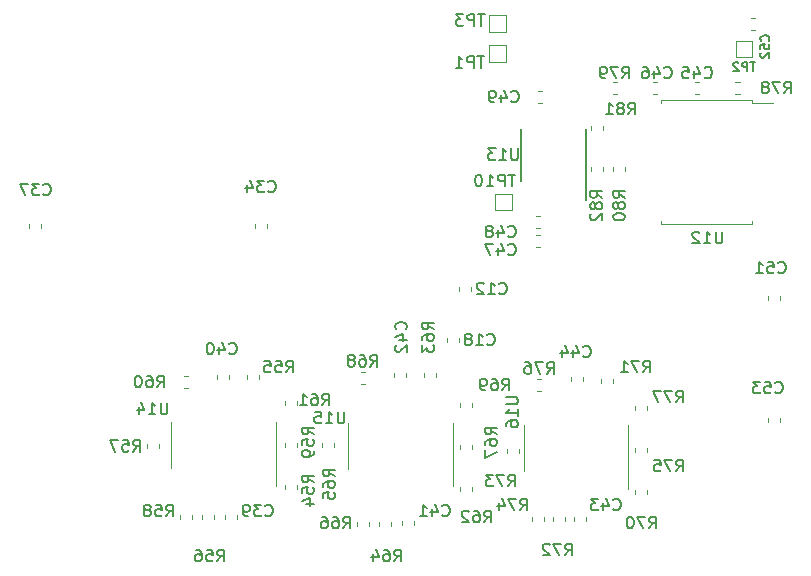
<source format=gbo>
G04 #@! TF.GenerationSoftware,KiCad,Pcbnew,(5.1.4)-1*
G04 #@! TF.CreationDate,2019-11-10T12:22:22-05:00*
G04 #@! TF.ProjectId,synth,73796e74-682e-46b6-9963-61645f706362,rev?*
G04 #@! TF.SameCoordinates,Original*
G04 #@! TF.FileFunction,Legend,Bot*
G04 #@! TF.FilePolarity,Positive*
%FSLAX46Y46*%
G04 Gerber Fmt 4.6, Leading zero omitted, Abs format (unit mm)*
G04 Created by KiCad (PCBNEW (5.1.4)-1) date 2019-11-10 12:22:22*
%MOMM*%
%LPD*%
G04 APERTURE LIST*
%ADD10C,0.120000*%
%ADD11C,0.150000*%
%ADD12C,0.127000*%
G04 APERTURE END LIST*
D10*
X210056000Y-116898267D02*
X210056000Y-116555733D01*
X211076000Y-116898267D02*
X211076000Y-116555733D01*
X208642133Y-83733100D02*
X208984667Y-83733100D01*
X208642133Y-82713100D02*
X208984667Y-82713100D01*
X210056000Y-106254733D02*
X210056000Y-106597267D01*
X211076000Y-106254733D02*
X211076000Y-106597267D01*
X187006000Y-98998000D02*
X188406000Y-98998000D01*
X187006000Y-97598000D02*
X187006000Y-98998000D01*
X188406000Y-97598000D02*
X187006000Y-97598000D01*
X188406000Y-98998000D02*
X188406000Y-97598000D01*
X186498000Y-82472300D02*
X186498000Y-83872300D01*
X187898000Y-82472300D02*
X186498000Y-82472300D01*
X187898000Y-83872300D02*
X187898000Y-82472300D01*
X186498000Y-83872300D02*
X187898000Y-83872300D01*
X207338700Y-84644000D02*
X207338700Y-86044000D01*
X208738700Y-84644000D02*
X207338700Y-84644000D01*
X208738700Y-86044000D02*
X208738700Y-84644000D01*
X207338700Y-86044000D02*
X208738700Y-86044000D01*
X186498000Y-85025000D02*
X186498000Y-86425000D01*
X187898000Y-85025000D02*
X186498000Y-85025000D01*
X187898000Y-86425000D02*
X187898000Y-85025000D01*
X186498000Y-86425000D02*
X187898000Y-86425000D01*
X208711000Y-89927500D02*
X210526000Y-89927500D01*
X208711000Y-89672500D02*
X208711000Y-89927500D01*
X204851000Y-89672500D02*
X208711000Y-89672500D01*
X200991000Y-89672500D02*
X200991000Y-89927500D01*
X204851000Y-89672500D02*
X200991000Y-89672500D01*
X208711000Y-100192500D02*
X208711000Y-99937500D01*
X204851000Y-100192500D02*
X208711000Y-100192500D01*
X200991000Y-100192500D02*
X200991000Y-99937500D01*
X204851000Y-100192500D02*
X200991000Y-100192500D01*
X195070000Y-95661267D02*
X195070000Y-95318733D01*
X196090000Y-95661267D02*
X196090000Y-95318733D01*
X195070000Y-92232267D02*
X195070000Y-91889733D01*
X196090000Y-92232267D02*
X196090000Y-91889733D01*
X196975000Y-95661267D02*
X196975000Y-95318733D01*
X197995000Y-95661267D02*
X197995000Y-95318733D01*
X196946733Y-88136000D02*
X197289267Y-88136000D01*
X196946733Y-89156000D02*
X197289267Y-89156000D01*
X207675267Y-89156000D02*
X207332733Y-89156000D01*
X207675267Y-88136000D02*
X207332733Y-88136000D01*
X190939267Y-89918000D02*
X190596733Y-89918000D01*
X190939267Y-88898000D02*
X190596733Y-88898000D01*
X190748767Y-100459000D02*
X190406233Y-100459000D01*
X190748767Y-99439000D02*
X190406233Y-99439000D01*
X190748767Y-102110000D02*
X190406233Y-102110000D01*
X190748767Y-101090000D02*
X190406233Y-101090000D01*
X200718267Y-89156000D02*
X200375733Y-89156000D01*
X200718267Y-88136000D02*
X200375733Y-88136000D01*
X203903733Y-88136000D02*
X204246267Y-88136000D01*
X203903733Y-89156000D02*
X204246267Y-89156000D01*
X198255900Y-119158400D02*
X198255900Y-122608400D01*
X198255900Y-119158400D02*
X198255900Y-117208400D01*
X189385900Y-119158400D02*
X189385900Y-121108400D01*
X189385900Y-119158400D02*
X189385900Y-117208400D01*
X183390700Y-118922800D02*
X183390700Y-122372800D01*
X183390700Y-118922800D02*
X183390700Y-116972800D01*
X174520700Y-118922800D02*
X174520700Y-120872800D01*
X174520700Y-118922800D02*
X174520700Y-116972800D01*
X168436300Y-118896600D02*
X168436300Y-122346600D01*
X168436300Y-118896600D02*
X168436300Y-116946600D01*
X159566300Y-118896600D02*
X159566300Y-120846600D01*
X159566300Y-118896600D02*
X159566300Y-116946600D01*
X199861900Y-115551133D02*
X199861900Y-115893667D01*
X198841900Y-115551133D02*
X198841900Y-115893667D01*
X190887167Y-114327400D02*
X190544633Y-114327400D01*
X190887167Y-113307400D02*
X190544633Y-113307400D01*
X198841900Y-119449667D02*
X198841900Y-119107133D01*
X199861900Y-119449667D02*
X199861900Y-119107133D01*
X191098900Y-124949133D02*
X191098900Y-125291667D01*
X190078900Y-124949133D02*
X190078900Y-125291667D01*
X187958000Y-119576667D02*
X187958000Y-119234133D01*
X188978000Y-119576667D02*
X188978000Y-119234133D01*
X191856900Y-125291667D02*
X191856900Y-124949133D01*
X192876900Y-125291667D02*
X192876900Y-124949133D01*
X196940900Y-113265133D02*
X196940900Y-113607667D01*
X195920900Y-113265133D02*
X195920900Y-113607667D01*
X198841900Y-123005667D02*
X198841900Y-122663133D01*
X199861900Y-123005667D02*
X199861900Y-122663133D01*
X185053700Y-115336533D02*
X185053700Y-115679067D01*
X184033700Y-115336533D02*
X184033700Y-115679067D01*
X175951967Y-113717800D02*
X175609433Y-113717800D01*
X175951967Y-112697800D02*
X175609433Y-112697800D01*
X184033700Y-119235067D02*
X184033700Y-118892533D01*
X185053700Y-119235067D02*
X185053700Y-118892533D01*
X176290700Y-125355533D02*
X176290700Y-125698067D01*
X175270700Y-125355533D02*
X175270700Y-125698067D01*
X172349700Y-119080067D02*
X172349700Y-118737533D01*
X173369700Y-119080067D02*
X173369700Y-118737533D01*
X177175700Y-125698067D02*
X177175700Y-125355533D01*
X178195700Y-125698067D02*
X178195700Y-125355533D01*
X182005700Y-112796533D02*
X182005700Y-113139067D01*
X180985700Y-112796533D02*
X180985700Y-113139067D01*
X184033700Y-122763067D02*
X184033700Y-122420533D01*
X185053700Y-122763067D02*
X185053700Y-122420533D01*
X170169300Y-115119333D02*
X170169300Y-115461867D01*
X169149300Y-115119333D02*
X169149300Y-115461867D01*
X160940567Y-114022600D02*
X160598033Y-114022600D01*
X160940567Y-113002600D02*
X160598033Y-113002600D01*
X169149300Y-119017867D02*
X169149300Y-118675333D01*
X170169300Y-119017867D02*
X170169300Y-118675333D01*
X161279300Y-124771333D02*
X161279300Y-125113867D01*
X160259300Y-124771333D02*
X160259300Y-125113867D01*
X157465300Y-119144867D02*
X157465300Y-118802333D01*
X158485300Y-119144867D02*
X158485300Y-118802333D01*
X162164300Y-125113867D02*
X162164300Y-124771333D01*
X163184300Y-125113867D02*
X163184300Y-124771333D01*
X166994300Y-112960333D02*
X166994300Y-113302867D01*
X165974300Y-112960333D02*
X165974300Y-113302867D01*
X169149300Y-122573867D02*
X169149300Y-122231333D01*
X170169300Y-122573867D02*
X170169300Y-122231333D01*
X194400900Y-113138133D02*
X194400900Y-113480667D01*
X193380900Y-113138133D02*
X193380900Y-113480667D01*
X194654900Y-124949133D02*
X194654900Y-125291667D01*
X193634900Y-124949133D02*
X193634900Y-125291667D01*
X179465700Y-112796533D02*
X179465700Y-113139067D01*
X178445700Y-112796533D02*
X178445700Y-113139067D01*
X180100700Y-125341533D02*
X180100700Y-125684067D01*
X179080700Y-125341533D02*
X179080700Y-125684067D01*
X164454300Y-112960333D02*
X164454300Y-113302867D01*
X163434300Y-112960333D02*
X163434300Y-113302867D01*
X165089300Y-124757333D02*
X165089300Y-125099867D01*
X164069300Y-124757333D02*
X164069300Y-125099867D01*
D11*
X194659500Y-98107000D02*
X194659500Y-92132000D01*
X189134500Y-96532000D02*
X189134500Y-92132000D01*
D10*
X147521200Y-100501267D02*
X147521200Y-100158733D01*
X148541200Y-100501267D02*
X148541200Y-100158733D01*
X166622000Y-100501267D02*
X166622000Y-100158733D01*
X167642000Y-100501267D02*
X167642000Y-100158733D01*
X182878000Y-110153267D02*
X182878000Y-109810733D01*
X183898000Y-110153267D02*
X183898000Y-109810733D01*
X183894000Y-105835267D02*
X183894000Y-105492733D01*
X184914000Y-105835267D02*
X184914000Y-105492733D01*
D11*
X210700857Y-114403142D02*
X210748476Y-114450761D01*
X210891333Y-114498380D01*
X210986571Y-114498380D01*
X211129428Y-114450761D01*
X211224666Y-114355523D01*
X211272285Y-114260285D01*
X211319904Y-114069809D01*
X211319904Y-113926952D01*
X211272285Y-113736476D01*
X211224666Y-113641238D01*
X211129428Y-113546000D01*
X210986571Y-113498380D01*
X210891333Y-113498380D01*
X210748476Y-113546000D01*
X210700857Y-113593619D01*
X209796095Y-113498380D02*
X210272285Y-113498380D01*
X210319904Y-113974571D01*
X210272285Y-113926952D01*
X210177047Y-113879333D01*
X209938952Y-113879333D01*
X209843714Y-113926952D01*
X209796095Y-113974571D01*
X209748476Y-114069809D01*
X209748476Y-114307904D01*
X209796095Y-114403142D01*
X209843714Y-114450761D01*
X209938952Y-114498380D01*
X210177047Y-114498380D01*
X210272285Y-114450761D01*
X210319904Y-114403142D01*
X209415142Y-113498380D02*
X208796095Y-113498380D01*
X209129428Y-113879333D01*
X208986571Y-113879333D01*
X208891333Y-113926952D01*
X208843714Y-113974571D01*
X208796095Y-114069809D01*
X208796095Y-114307904D01*
X208843714Y-114403142D01*
X208891333Y-114450761D01*
X208986571Y-114498380D01*
X209272285Y-114498380D01*
X209367523Y-114450761D01*
X209415142Y-114403142D01*
D12*
X210139642Y-84638242D02*
X210175928Y-84601957D01*
X210212214Y-84493100D01*
X210212214Y-84420528D01*
X210175928Y-84311671D01*
X210103357Y-84239100D01*
X210030785Y-84202814D01*
X209885642Y-84166528D01*
X209776785Y-84166528D01*
X209631642Y-84202814D01*
X209559071Y-84239100D01*
X209486500Y-84311671D01*
X209450214Y-84420528D01*
X209450214Y-84493100D01*
X209486500Y-84601957D01*
X209522785Y-84638242D01*
X209450214Y-85327671D02*
X209450214Y-84964814D01*
X209813071Y-84928528D01*
X209776785Y-84964814D01*
X209740500Y-85037385D01*
X209740500Y-85218814D01*
X209776785Y-85291385D01*
X209813071Y-85327671D01*
X209885642Y-85363957D01*
X210067071Y-85363957D01*
X210139642Y-85327671D01*
X210175928Y-85291385D01*
X210212214Y-85218814D01*
X210212214Y-85037385D01*
X210175928Y-84964814D01*
X210139642Y-84928528D01*
X209522785Y-85654242D02*
X209486500Y-85690528D01*
X209450214Y-85763100D01*
X209450214Y-85944528D01*
X209486500Y-86017100D01*
X209522785Y-86053385D01*
X209595357Y-86089671D01*
X209667928Y-86089671D01*
X209776785Y-86053385D01*
X210212214Y-85617957D01*
X210212214Y-86089671D01*
D11*
X210954857Y-104243142D02*
X211002476Y-104290761D01*
X211145333Y-104338380D01*
X211240571Y-104338380D01*
X211383428Y-104290761D01*
X211478666Y-104195523D01*
X211526285Y-104100285D01*
X211573904Y-103909809D01*
X211573904Y-103766952D01*
X211526285Y-103576476D01*
X211478666Y-103481238D01*
X211383428Y-103386000D01*
X211240571Y-103338380D01*
X211145333Y-103338380D01*
X211002476Y-103386000D01*
X210954857Y-103433619D01*
X210050095Y-103338380D02*
X210526285Y-103338380D01*
X210573904Y-103814571D01*
X210526285Y-103766952D01*
X210431047Y-103719333D01*
X210192952Y-103719333D01*
X210097714Y-103766952D01*
X210050095Y-103814571D01*
X210002476Y-103909809D01*
X210002476Y-104147904D01*
X210050095Y-104243142D01*
X210097714Y-104290761D01*
X210192952Y-104338380D01*
X210431047Y-104338380D01*
X210526285Y-104290761D01*
X210573904Y-104243142D01*
X209050095Y-104338380D02*
X209621523Y-104338380D01*
X209335809Y-104338380D02*
X209335809Y-103338380D01*
X209431047Y-103481238D01*
X209526285Y-103576476D01*
X209621523Y-103624095D01*
X188682095Y-95972380D02*
X188110666Y-95972380D01*
X188396380Y-96972380D02*
X188396380Y-95972380D01*
X187777333Y-96972380D02*
X187777333Y-95972380D01*
X187396380Y-95972380D01*
X187301142Y-96020000D01*
X187253523Y-96067619D01*
X187205904Y-96162857D01*
X187205904Y-96305714D01*
X187253523Y-96400952D01*
X187301142Y-96448571D01*
X187396380Y-96496190D01*
X187777333Y-96496190D01*
X186253523Y-96972380D02*
X186824952Y-96972380D01*
X186539238Y-96972380D02*
X186539238Y-95972380D01*
X186634476Y-96115238D01*
X186729714Y-96210476D01*
X186824952Y-96258095D01*
X185634476Y-95972380D02*
X185539238Y-95972380D01*
X185444000Y-96020000D01*
X185396380Y-96067619D01*
X185348761Y-96162857D01*
X185301142Y-96353333D01*
X185301142Y-96591428D01*
X185348761Y-96781904D01*
X185396380Y-96877142D01*
X185444000Y-96924761D01*
X185539238Y-96972380D01*
X185634476Y-96972380D01*
X185729714Y-96924761D01*
X185777333Y-96877142D01*
X185824952Y-96781904D01*
X185872571Y-96591428D01*
X185872571Y-96353333D01*
X185824952Y-96162857D01*
X185777333Y-96067619D01*
X185729714Y-96020000D01*
X185634476Y-95972380D01*
X186110404Y-82383380D02*
X185538976Y-82383380D01*
X185824690Y-83383380D02*
X185824690Y-82383380D01*
X185205642Y-83383380D02*
X185205642Y-82383380D01*
X184824690Y-82383380D01*
X184729452Y-82431000D01*
X184681833Y-82478619D01*
X184634214Y-82573857D01*
X184634214Y-82716714D01*
X184681833Y-82811952D01*
X184729452Y-82859571D01*
X184824690Y-82907190D01*
X185205642Y-82907190D01*
X184300880Y-82383380D02*
X183681833Y-82383380D01*
X184015166Y-82764333D01*
X183872309Y-82764333D01*
X183777071Y-82811952D01*
X183729452Y-82859571D01*
X183681833Y-82954809D01*
X183681833Y-83192904D01*
X183729452Y-83288142D01*
X183777071Y-83335761D01*
X183872309Y-83383380D01*
X184158023Y-83383380D01*
X184253261Y-83335761D01*
X184300880Y-83288142D01*
D12*
X209000271Y-86450714D02*
X208564842Y-86450714D01*
X208782557Y-87212714D02*
X208782557Y-86450714D01*
X208310842Y-87212714D02*
X208310842Y-86450714D01*
X208020557Y-86450714D01*
X207947985Y-86487000D01*
X207911700Y-86523285D01*
X207875414Y-86595857D01*
X207875414Y-86704714D01*
X207911700Y-86777285D01*
X207947985Y-86813571D01*
X208020557Y-86849857D01*
X208310842Y-86849857D01*
X207585128Y-86523285D02*
X207548842Y-86487000D01*
X207476271Y-86450714D01*
X207294842Y-86450714D01*
X207222271Y-86487000D01*
X207185985Y-86523285D01*
X207149700Y-86595857D01*
X207149700Y-86668428D01*
X207185985Y-86777285D01*
X207621414Y-87212714D01*
X207149700Y-87212714D01*
D11*
X186059604Y-85939380D02*
X185488176Y-85939380D01*
X185773890Y-86939380D02*
X185773890Y-85939380D01*
X185154842Y-86939380D02*
X185154842Y-85939380D01*
X184773890Y-85939380D01*
X184678652Y-85987000D01*
X184631033Y-86034619D01*
X184583414Y-86129857D01*
X184583414Y-86272714D01*
X184631033Y-86367952D01*
X184678652Y-86415571D01*
X184773890Y-86463190D01*
X185154842Y-86463190D01*
X183631033Y-86939380D02*
X184202461Y-86939380D01*
X183916747Y-86939380D02*
X183916747Y-85939380D01*
X184011985Y-86082238D01*
X184107223Y-86177476D01*
X184202461Y-86225095D01*
X206216095Y-100798380D02*
X206216095Y-101607904D01*
X206168476Y-101703142D01*
X206120857Y-101750761D01*
X206025619Y-101798380D01*
X205835142Y-101798380D01*
X205739904Y-101750761D01*
X205692285Y-101703142D01*
X205644666Y-101607904D01*
X205644666Y-100798380D01*
X204644666Y-101798380D02*
X205216095Y-101798380D01*
X204930380Y-101798380D02*
X204930380Y-100798380D01*
X205025619Y-100941238D01*
X205120857Y-101036476D01*
X205216095Y-101084095D01*
X204263714Y-100893619D02*
X204216095Y-100846000D01*
X204120857Y-100798380D01*
X203882761Y-100798380D01*
X203787523Y-100846000D01*
X203739904Y-100893619D01*
X203692285Y-100988857D01*
X203692285Y-101084095D01*
X203739904Y-101226952D01*
X204311333Y-101798380D01*
X203692285Y-101798380D01*
X196045080Y-97947242D02*
X195568890Y-97613909D01*
X196045080Y-97375814D02*
X195045080Y-97375814D01*
X195045080Y-97756766D01*
X195092700Y-97852004D01*
X195140319Y-97899623D01*
X195235557Y-97947242D01*
X195378414Y-97947242D01*
X195473652Y-97899623D01*
X195521271Y-97852004D01*
X195568890Y-97756766D01*
X195568890Y-97375814D01*
X195473652Y-98518671D02*
X195426033Y-98423433D01*
X195378414Y-98375814D01*
X195283176Y-98328195D01*
X195235557Y-98328195D01*
X195140319Y-98375814D01*
X195092700Y-98423433D01*
X195045080Y-98518671D01*
X195045080Y-98709147D01*
X195092700Y-98804385D01*
X195140319Y-98852004D01*
X195235557Y-98899623D01*
X195283176Y-98899623D01*
X195378414Y-98852004D01*
X195426033Y-98804385D01*
X195473652Y-98709147D01*
X195473652Y-98518671D01*
X195521271Y-98423433D01*
X195568890Y-98375814D01*
X195664128Y-98328195D01*
X195854604Y-98328195D01*
X195949842Y-98375814D01*
X195997461Y-98423433D01*
X196045080Y-98518671D01*
X196045080Y-98709147D01*
X195997461Y-98804385D01*
X195949842Y-98852004D01*
X195854604Y-98899623D01*
X195664128Y-98899623D01*
X195568890Y-98852004D01*
X195521271Y-98804385D01*
X195473652Y-98709147D01*
X195140319Y-99280576D02*
X195092700Y-99328195D01*
X195045080Y-99423433D01*
X195045080Y-99661528D01*
X195092700Y-99756766D01*
X195140319Y-99804385D01*
X195235557Y-99852004D01*
X195330795Y-99852004D01*
X195473652Y-99804385D01*
X196045080Y-99232957D01*
X196045080Y-99852004D01*
X198254857Y-90876380D02*
X198588190Y-90400190D01*
X198826285Y-90876380D02*
X198826285Y-89876380D01*
X198445333Y-89876380D01*
X198350095Y-89924000D01*
X198302476Y-89971619D01*
X198254857Y-90066857D01*
X198254857Y-90209714D01*
X198302476Y-90304952D01*
X198350095Y-90352571D01*
X198445333Y-90400190D01*
X198826285Y-90400190D01*
X197683428Y-90304952D02*
X197778666Y-90257333D01*
X197826285Y-90209714D01*
X197873904Y-90114476D01*
X197873904Y-90066857D01*
X197826285Y-89971619D01*
X197778666Y-89924000D01*
X197683428Y-89876380D01*
X197492952Y-89876380D01*
X197397714Y-89924000D01*
X197350095Y-89971619D01*
X197302476Y-90066857D01*
X197302476Y-90114476D01*
X197350095Y-90209714D01*
X197397714Y-90257333D01*
X197492952Y-90304952D01*
X197683428Y-90304952D01*
X197778666Y-90352571D01*
X197826285Y-90400190D01*
X197873904Y-90495428D01*
X197873904Y-90685904D01*
X197826285Y-90781142D01*
X197778666Y-90828761D01*
X197683428Y-90876380D01*
X197492952Y-90876380D01*
X197397714Y-90828761D01*
X197350095Y-90781142D01*
X197302476Y-90685904D01*
X197302476Y-90495428D01*
X197350095Y-90400190D01*
X197397714Y-90352571D01*
X197492952Y-90304952D01*
X196350095Y-90876380D02*
X196921523Y-90876380D01*
X196635809Y-90876380D02*
X196635809Y-89876380D01*
X196731047Y-90019238D01*
X196826285Y-90114476D01*
X196921523Y-90162095D01*
X197962780Y-97934542D02*
X197486590Y-97601209D01*
X197962780Y-97363114D02*
X196962780Y-97363114D01*
X196962780Y-97744066D01*
X197010400Y-97839304D01*
X197058019Y-97886923D01*
X197153257Y-97934542D01*
X197296114Y-97934542D01*
X197391352Y-97886923D01*
X197438971Y-97839304D01*
X197486590Y-97744066D01*
X197486590Y-97363114D01*
X197391352Y-98505971D02*
X197343733Y-98410733D01*
X197296114Y-98363114D01*
X197200876Y-98315495D01*
X197153257Y-98315495D01*
X197058019Y-98363114D01*
X197010400Y-98410733D01*
X196962780Y-98505971D01*
X196962780Y-98696447D01*
X197010400Y-98791685D01*
X197058019Y-98839304D01*
X197153257Y-98886923D01*
X197200876Y-98886923D01*
X197296114Y-98839304D01*
X197343733Y-98791685D01*
X197391352Y-98696447D01*
X197391352Y-98505971D01*
X197438971Y-98410733D01*
X197486590Y-98363114D01*
X197581828Y-98315495D01*
X197772304Y-98315495D01*
X197867542Y-98363114D01*
X197915161Y-98410733D01*
X197962780Y-98505971D01*
X197962780Y-98696447D01*
X197915161Y-98791685D01*
X197867542Y-98839304D01*
X197772304Y-98886923D01*
X197581828Y-98886923D01*
X197486590Y-98839304D01*
X197438971Y-98791685D01*
X197391352Y-98696447D01*
X196962780Y-99505971D02*
X196962780Y-99601209D01*
X197010400Y-99696447D01*
X197058019Y-99744066D01*
X197153257Y-99791685D01*
X197343733Y-99839304D01*
X197581828Y-99839304D01*
X197772304Y-99791685D01*
X197867542Y-99744066D01*
X197915161Y-99696447D01*
X197962780Y-99601209D01*
X197962780Y-99505971D01*
X197915161Y-99410733D01*
X197867542Y-99363114D01*
X197772304Y-99315495D01*
X197581828Y-99267876D01*
X197343733Y-99267876D01*
X197153257Y-99315495D01*
X197058019Y-99363114D01*
X197010400Y-99410733D01*
X196962780Y-99505971D01*
X197746857Y-87828380D02*
X198080190Y-87352190D01*
X198318285Y-87828380D02*
X198318285Y-86828380D01*
X197937333Y-86828380D01*
X197842095Y-86876000D01*
X197794476Y-86923619D01*
X197746857Y-87018857D01*
X197746857Y-87161714D01*
X197794476Y-87256952D01*
X197842095Y-87304571D01*
X197937333Y-87352190D01*
X198318285Y-87352190D01*
X197413523Y-86828380D02*
X196746857Y-86828380D01*
X197175428Y-87828380D01*
X196318285Y-87828380D02*
X196127809Y-87828380D01*
X196032571Y-87780761D01*
X195984952Y-87733142D01*
X195889714Y-87590285D01*
X195842095Y-87399809D01*
X195842095Y-87018857D01*
X195889714Y-86923619D01*
X195937333Y-86876000D01*
X196032571Y-86828380D01*
X196223047Y-86828380D01*
X196318285Y-86876000D01*
X196365904Y-86923619D01*
X196413523Y-87018857D01*
X196413523Y-87256952D01*
X196365904Y-87352190D01*
X196318285Y-87399809D01*
X196223047Y-87447428D01*
X196032571Y-87447428D01*
X195937333Y-87399809D01*
X195889714Y-87352190D01*
X195842095Y-87256952D01*
X211462857Y-89098380D02*
X211796190Y-88622190D01*
X212034285Y-89098380D02*
X212034285Y-88098380D01*
X211653333Y-88098380D01*
X211558095Y-88146000D01*
X211510476Y-88193619D01*
X211462857Y-88288857D01*
X211462857Y-88431714D01*
X211510476Y-88526952D01*
X211558095Y-88574571D01*
X211653333Y-88622190D01*
X212034285Y-88622190D01*
X211129523Y-88098380D02*
X210462857Y-88098380D01*
X210891428Y-89098380D01*
X209939047Y-88526952D02*
X210034285Y-88479333D01*
X210081904Y-88431714D01*
X210129523Y-88336476D01*
X210129523Y-88288857D01*
X210081904Y-88193619D01*
X210034285Y-88146000D01*
X209939047Y-88098380D01*
X209748571Y-88098380D01*
X209653333Y-88146000D01*
X209605714Y-88193619D01*
X209558095Y-88288857D01*
X209558095Y-88336476D01*
X209605714Y-88431714D01*
X209653333Y-88479333D01*
X209748571Y-88526952D01*
X209939047Y-88526952D01*
X210034285Y-88574571D01*
X210081904Y-88622190D01*
X210129523Y-88717428D01*
X210129523Y-88907904D01*
X210081904Y-89003142D01*
X210034285Y-89050761D01*
X209939047Y-89098380D01*
X209748571Y-89098380D01*
X209653333Y-89050761D01*
X209605714Y-89003142D01*
X209558095Y-88907904D01*
X209558095Y-88717428D01*
X209605714Y-88622190D01*
X209653333Y-88574571D01*
X209748571Y-88526952D01*
X188348857Y-89765142D02*
X188396476Y-89812761D01*
X188539333Y-89860380D01*
X188634571Y-89860380D01*
X188777428Y-89812761D01*
X188872666Y-89717523D01*
X188920285Y-89622285D01*
X188967904Y-89431809D01*
X188967904Y-89288952D01*
X188920285Y-89098476D01*
X188872666Y-89003238D01*
X188777428Y-88908000D01*
X188634571Y-88860380D01*
X188539333Y-88860380D01*
X188396476Y-88908000D01*
X188348857Y-88955619D01*
X187491714Y-89193714D02*
X187491714Y-89860380D01*
X187729809Y-88812761D02*
X187967904Y-89527047D01*
X187348857Y-89527047D01*
X186920285Y-89860380D02*
X186729809Y-89860380D01*
X186634571Y-89812761D01*
X186586952Y-89765142D01*
X186491714Y-89622285D01*
X186444095Y-89431809D01*
X186444095Y-89050857D01*
X186491714Y-88955619D01*
X186539333Y-88908000D01*
X186634571Y-88860380D01*
X186825047Y-88860380D01*
X186920285Y-88908000D01*
X186967904Y-88955619D01*
X187015523Y-89050857D01*
X187015523Y-89288952D01*
X186967904Y-89384190D01*
X186920285Y-89431809D01*
X186825047Y-89479428D01*
X186634571Y-89479428D01*
X186539333Y-89431809D01*
X186491714Y-89384190D01*
X186444095Y-89288952D01*
X188094857Y-101195142D02*
X188142476Y-101242761D01*
X188285333Y-101290380D01*
X188380571Y-101290380D01*
X188523428Y-101242761D01*
X188618666Y-101147523D01*
X188666285Y-101052285D01*
X188713904Y-100861809D01*
X188713904Y-100718952D01*
X188666285Y-100528476D01*
X188618666Y-100433238D01*
X188523428Y-100338000D01*
X188380571Y-100290380D01*
X188285333Y-100290380D01*
X188142476Y-100338000D01*
X188094857Y-100385619D01*
X187237714Y-100623714D02*
X187237714Y-101290380D01*
X187475809Y-100242761D02*
X187713904Y-100957047D01*
X187094857Y-100957047D01*
X186571047Y-100718952D02*
X186666285Y-100671333D01*
X186713904Y-100623714D01*
X186761523Y-100528476D01*
X186761523Y-100480857D01*
X186713904Y-100385619D01*
X186666285Y-100338000D01*
X186571047Y-100290380D01*
X186380571Y-100290380D01*
X186285333Y-100338000D01*
X186237714Y-100385619D01*
X186190095Y-100480857D01*
X186190095Y-100528476D01*
X186237714Y-100623714D01*
X186285333Y-100671333D01*
X186380571Y-100718952D01*
X186571047Y-100718952D01*
X186666285Y-100766571D01*
X186713904Y-100814190D01*
X186761523Y-100909428D01*
X186761523Y-101099904D01*
X186713904Y-101195142D01*
X186666285Y-101242761D01*
X186571047Y-101290380D01*
X186380571Y-101290380D01*
X186285333Y-101242761D01*
X186237714Y-101195142D01*
X186190095Y-101099904D01*
X186190095Y-100909428D01*
X186237714Y-100814190D01*
X186285333Y-100766571D01*
X186380571Y-100718952D01*
X188094857Y-102719142D02*
X188142476Y-102766761D01*
X188285333Y-102814380D01*
X188380571Y-102814380D01*
X188523428Y-102766761D01*
X188618666Y-102671523D01*
X188666285Y-102576285D01*
X188713904Y-102385809D01*
X188713904Y-102242952D01*
X188666285Y-102052476D01*
X188618666Y-101957238D01*
X188523428Y-101862000D01*
X188380571Y-101814380D01*
X188285333Y-101814380D01*
X188142476Y-101862000D01*
X188094857Y-101909619D01*
X187237714Y-102147714D02*
X187237714Y-102814380D01*
X187475809Y-101766761D02*
X187713904Y-102481047D01*
X187094857Y-102481047D01*
X186809142Y-101814380D02*
X186142476Y-101814380D01*
X186571047Y-102814380D01*
X201302857Y-87733142D02*
X201350476Y-87780761D01*
X201493333Y-87828380D01*
X201588571Y-87828380D01*
X201731428Y-87780761D01*
X201826666Y-87685523D01*
X201874285Y-87590285D01*
X201921904Y-87399809D01*
X201921904Y-87256952D01*
X201874285Y-87066476D01*
X201826666Y-86971238D01*
X201731428Y-86876000D01*
X201588571Y-86828380D01*
X201493333Y-86828380D01*
X201350476Y-86876000D01*
X201302857Y-86923619D01*
X200445714Y-87161714D02*
X200445714Y-87828380D01*
X200683809Y-86780761D02*
X200921904Y-87495047D01*
X200302857Y-87495047D01*
X199493333Y-86828380D02*
X199683809Y-86828380D01*
X199779047Y-86876000D01*
X199826666Y-86923619D01*
X199921904Y-87066476D01*
X199969523Y-87256952D01*
X199969523Y-87637904D01*
X199921904Y-87733142D01*
X199874285Y-87780761D01*
X199779047Y-87828380D01*
X199588571Y-87828380D01*
X199493333Y-87780761D01*
X199445714Y-87733142D01*
X199398095Y-87637904D01*
X199398095Y-87399809D01*
X199445714Y-87304571D01*
X199493333Y-87256952D01*
X199588571Y-87209333D01*
X199779047Y-87209333D01*
X199874285Y-87256952D01*
X199921904Y-87304571D01*
X199969523Y-87399809D01*
X204717857Y-87733142D02*
X204765476Y-87780761D01*
X204908333Y-87828380D01*
X205003571Y-87828380D01*
X205146428Y-87780761D01*
X205241666Y-87685523D01*
X205289285Y-87590285D01*
X205336904Y-87399809D01*
X205336904Y-87256952D01*
X205289285Y-87066476D01*
X205241666Y-86971238D01*
X205146428Y-86876000D01*
X205003571Y-86828380D01*
X204908333Y-86828380D01*
X204765476Y-86876000D01*
X204717857Y-86923619D01*
X203860714Y-87161714D02*
X203860714Y-87828380D01*
X204098809Y-86780761D02*
X204336904Y-87495047D01*
X203717857Y-87495047D01*
X202860714Y-86828380D02*
X203336904Y-86828380D01*
X203384523Y-87304571D01*
X203336904Y-87256952D01*
X203241666Y-87209333D01*
X203003571Y-87209333D01*
X202908333Y-87256952D01*
X202860714Y-87304571D01*
X202813095Y-87399809D01*
X202813095Y-87637904D01*
X202860714Y-87733142D01*
X202908333Y-87780761D01*
X203003571Y-87828380D01*
X203241666Y-87828380D01*
X203336904Y-87780761D01*
X203384523Y-87733142D01*
X187920380Y-114839904D02*
X188729904Y-114839904D01*
X188825142Y-114887523D01*
X188872761Y-114935142D01*
X188920380Y-115030380D01*
X188920380Y-115220857D01*
X188872761Y-115316095D01*
X188825142Y-115363714D01*
X188729904Y-115411333D01*
X187920380Y-115411333D01*
X188920380Y-116411333D02*
X188920380Y-115839904D01*
X188920380Y-116125619D02*
X187920380Y-116125619D01*
X188063238Y-116030380D01*
X188158476Y-115935142D01*
X188206095Y-115839904D01*
X187920380Y-117268476D02*
X187920380Y-117078000D01*
X187968000Y-116982761D01*
X188015619Y-116935142D01*
X188158476Y-116839904D01*
X188348952Y-116792285D01*
X188729904Y-116792285D01*
X188825142Y-116839904D01*
X188872761Y-116887523D01*
X188920380Y-116982761D01*
X188920380Y-117173238D01*
X188872761Y-117268476D01*
X188825142Y-117316095D01*
X188729904Y-117363714D01*
X188491809Y-117363714D01*
X188396571Y-117316095D01*
X188348952Y-117268476D01*
X188301333Y-117173238D01*
X188301333Y-116982761D01*
X188348952Y-116887523D01*
X188396571Y-116839904D01*
X188491809Y-116792285D01*
X174212095Y-116038380D02*
X174212095Y-116847904D01*
X174164476Y-116943142D01*
X174116857Y-116990761D01*
X174021619Y-117038380D01*
X173831142Y-117038380D01*
X173735904Y-116990761D01*
X173688285Y-116943142D01*
X173640666Y-116847904D01*
X173640666Y-116038380D01*
X172640666Y-117038380D02*
X173212095Y-117038380D01*
X172926380Y-117038380D02*
X172926380Y-116038380D01*
X173021619Y-116181238D01*
X173116857Y-116276476D01*
X173212095Y-116324095D01*
X171735904Y-116038380D02*
X172212095Y-116038380D01*
X172259714Y-116514571D01*
X172212095Y-116466952D01*
X172116857Y-116419333D01*
X171878761Y-116419333D01*
X171783523Y-116466952D01*
X171735904Y-116514571D01*
X171688285Y-116609809D01*
X171688285Y-116847904D01*
X171735904Y-116943142D01*
X171783523Y-116990761D01*
X171878761Y-117038380D01*
X172116857Y-117038380D01*
X172212095Y-116990761D01*
X172259714Y-116943142D01*
X159226095Y-115276380D02*
X159226095Y-116085904D01*
X159178476Y-116181142D01*
X159130857Y-116228761D01*
X159035619Y-116276380D01*
X158845142Y-116276380D01*
X158749904Y-116228761D01*
X158702285Y-116181142D01*
X158654666Y-116085904D01*
X158654666Y-115276380D01*
X157654666Y-116276380D02*
X158226095Y-116276380D01*
X157940380Y-116276380D02*
X157940380Y-115276380D01*
X158035619Y-115419238D01*
X158130857Y-115514476D01*
X158226095Y-115562095D01*
X156797523Y-115609714D02*
X156797523Y-116276380D01*
X157035619Y-115228761D02*
X157273714Y-115943047D01*
X156654666Y-115943047D01*
X202318857Y-115260380D02*
X202652190Y-114784190D01*
X202890285Y-115260380D02*
X202890285Y-114260380D01*
X202509333Y-114260380D01*
X202414095Y-114308000D01*
X202366476Y-114355619D01*
X202318857Y-114450857D01*
X202318857Y-114593714D01*
X202366476Y-114688952D01*
X202414095Y-114736571D01*
X202509333Y-114784190D01*
X202890285Y-114784190D01*
X201985523Y-114260380D02*
X201318857Y-114260380D01*
X201747428Y-115260380D01*
X201033142Y-114260380D02*
X200366476Y-114260380D01*
X200795047Y-115260380D01*
X191358757Y-112839780D02*
X191692090Y-112363590D01*
X191930185Y-112839780D02*
X191930185Y-111839780D01*
X191549233Y-111839780D01*
X191453995Y-111887400D01*
X191406376Y-111935019D01*
X191358757Y-112030257D01*
X191358757Y-112173114D01*
X191406376Y-112268352D01*
X191453995Y-112315971D01*
X191549233Y-112363590D01*
X191930185Y-112363590D01*
X191025423Y-111839780D02*
X190358757Y-111839780D01*
X190787328Y-112839780D01*
X189549233Y-111839780D02*
X189739709Y-111839780D01*
X189834947Y-111887400D01*
X189882566Y-111935019D01*
X189977804Y-112077876D01*
X190025423Y-112268352D01*
X190025423Y-112649304D01*
X189977804Y-112744542D01*
X189930185Y-112792161D01*
X189834947Y-112839780D01*
X189644471Y-112839780D01*
X189549233Y-112792161D01*
X189501614Y-112744542D01*
X189453995Y-112649304D01*
X189453995Y-112411209D01*
X189501614Y-112315971D01*
X189549233Y-112268352D01*
X189644471Y-112220733D01*
X189834947Y-112220733D01*
X189930185Y-112268352D01*
X189977804Y-112315971D01*
X190025423Y-112411209D01*
X202318857Y-121102380D02*
X202652190Y-120626190D01*
X202890285Y-121102380D02*
X202890285Y-120102380D01*
X202509333Y-120102380D01*
X202414095Y-120150000D01*
X202366476Y-120197619D01*
X202318857Y-120292857D01*
X202318857Y-120435714D01*
X202366476Y-120530952D01*
X202414095Y-120578571D01*
X202509333Y-120626190D01*
X202890285Y-120626190D01*
X201985523Y-120102380D02*
X201318857Y-120102380D01*
X201747428Y-121102380D01*
X200461714Y-120102380D02*
X200937904Y-120102380D01*
X200985523Y-120578571D01*
X200937904Y-120530952D01*
X200842666Y-120483333D01*
X200604571Y-120483333D01*
X200509333Y-120530952D01*
X200461714Y-120578571D01*
X200414095Y-120673809D01*
X200414095Y-120911904D01*
X200461714Y-121007142D01*
X200509333Y-121054761D01*
X200604571Y-121102380D01*
X200842666Y-121102380D01*
X200937904Y-121054761D01*
X200985523Y-121007142D01*
X189110857Y-124404380D02*
X189444190Y-123928190D01*
X189682285Y-124404380D02*
X189682285Y-123404380D01*
X189301333Y-123404380D01*
X189206095Y-123452000D01*
X189158476Y-123499619D01*
X189110857Y-123594857D01*
X189110857Y-123737714D01*
X189158476Y-123832952D01*
X189206095Y-123880571D01*
X189301333Y-123928190D01*
X189682285Y-123928190D01*
X188777523Y-123404380D02*
X188110857Y-123404380D01*
X188539428Y-124404380D01*
X187301333Y-123737714D02*
X187301333Y-124404380D01*
X187539428Y-123356761D02*
X187777523Y-124071047D01*
X187158476Y-124071047D01*
X188094857Y-122372380D02*
X188428190Y-121896190D01*
X188666285Y-122372380D02*
X188666285Y-121372380D01*
X188285333Y-121372380D01*
X188190095Y-121420000D01*
X188142476Y-121467619D01*
X188094857Y-121562857D01*
X188094857Y-121705714D01*
X188142476Y-121800952D01*
X188190095Y-121848571D01*
X188285333Y-121896190D01*
X188666285Y-121896190D01*
X187761523Y-121372380D02*
X187094857Y-121372380D01*
X187523428Y-122372380D01*
X186809142Y-121372380D02*
X186190095Y-121372380D01*
X186523428Y-121753333D01*
X186380571Y-121753333D01*
X186285333Y-121800952D01*
X186237714Y-121848571D01*
X186190095Y-121943809D01*
X186190095Y-122181904D01*
X186237714Y-122277142D01*
X186285333Y-122324761D01*
X186380571Y-122372380D01*
X186666285Y-122372380D01*
X186761523Y-122324761D01*
X186809142Y-122277142D01*
X192920857Y-128214380D02*
X193254190Y-127738190D01*
X193492285Y-128214380D02*
X193492285Y-127214380D01*
X193111333Y-127214380D01*
X193016095Y-127262000D01*
X192968476Y-127309619D01*
X192920857Y-127404857D01*
X192920857Y-127547714D01*
X192968476Y-127642952D01*
X193016095Y-127690571D01*
X193111333Y-127738190D01*
X193492285Y-127738190D01*
X192587523Y-127214380D02*
X191920857Y-127214380D01*
X192349428Y-128214380D01*
X191587523Y-127309619D02*
X191539904Y-127262000D01*
X191444666Y-127214380D01*
X191206571Y-127214380D01*
X191111333Y-127262000D01*
X191063714Y-127309619D01*
X191016095Y-127404857D01*
X191016095Y-127500095D01*
X191063714Y-127642952D01*
X191635142Y-128214380D01*
X191016095Y-128214380D01*
X199524857Y-112720380D02*
X199858190Y-112244190D01*
X200096285Y-112720380D02*
X200096285Y-111720380D01*
X199715333Y-111720380D01*
X199620095Y-111768000D01*
X199572476Y-111815619D01*
X199524857Y-111910857D01*
X199524857Y-112053714D01*
X199572476Y-112148952D01*
X199620095Y-112196571D01*
X199715333Y-112244190D01*
X200096285Y-112244190D01*
X199191523Y-111720380D02*
X198524857Y-111720380D01*
X198953428Y-112720380D01*
X197620095Y-112720380D02*
X198191523Y-112720380D01*
X197905809Y-112720380D02*
X197905809Y-111720380D01*
X198001047Y-111863238D01*
X198096285Y-111958476D01*
X198191523Y-112006095D01*
X200032857Y-125928380D02*
X200366190Y-125452190D01*
X200604285Y-125928380D02*
X200604285Y-124928380D01*
X200223333Y-124928380D01*
X200128095Y-124976000D01*
X200080476Y-125023619D01*
X200032857Y-125118857D01*
X200032857Y-125261714D01*
X200080476Y-125356952D01*
X200128095Y-125404571D01*
X200223333Y-125452190D01*
X200604285Y-125452190D01*
X199699523Y-124928380D02*
X199032857Y-124928380D01*
X199461428Y-125928380D01*
X198461428Y-124928380D02*
X198366190Y-124928380D01*
X198270952Y-124976000D01*
X198223333Y-125023619D01*
X198175714Y-125118857D01*
X198128095Y-125309333D01*
X198128095Y-125547428D01*
X198175714Y-125737904D01*
X198223333Y-125833142D01*
X198270952Y-125880761D01*
X198366190Y-125928380D01*
X198461428Y-125928380D01*
X198556666Y-125880761D01*
X198604285Y-125833142D01*
X198651904Y-125737904D01*
X198699523Y-125547428D01*
X198699523Y-125309333D01*
X198651904Y-125118857D01*
X198604285Y-125023619D01*
X198556666Y-124976000D01*
X198461428Y-124928380D01*
X187586857Y-114244380D02*
X187920190Y-113768190D01*
X188158285Y-114244380D02*
X188158285Y-113244380D01*
X187777333Y-113244380D01*
X187682095Y-113292000D01*
X187634476Y-113339619D01*
X187586857Y-113434857D01*
X187586857Y-113577714D01*
X187634476Y-113672952D01*
X187682095Y-113720571D01*
X187777333Y-113768190D01*
X188158285Y-113768190D01*
X186729714Y-113244380D02*
X186920190Y-113244380D01*
X187015428Y-113292000D01*
X187063047Y-113339619D01*
X187158285Y-113482476D01*
X187205904Y-113672952D01*
X187205904Y-114053904D01*
X187158285Y-114149142D01*
X187110666Y-114196761D01*
X187015428Y-114244380D01*
X186824952Y-114244380D01*
X186729714Y-114196761D01*
X186682095Y-114149142D01*
X186634476Y-114053904D01*
X186634476Y-113815809D01*
X186682095Y-113720571D01*
X186729714Y-113672952D01*
X186824952Y-113625333D01*
X187015428Y-113625333D01*
X187110666Y-113672952D01*
X187158285Y-113720571D01*
X187205904Y-113815809D01*
X186158285Y-114244380D02*
X185967809Y-114244380D01*
X185872571Y-114196761D01*
X185824952Y-114149142D01*
X185729714Y-114006285D01*
X185682095Y-113815809D01*
X185682095Y-113434857D01*
X185729714Y-113339619D01*
X185777333Y-113292000D01*
X185872571Y-113244380D01*
X186063047Y-113244380D01*
X186158285Y-113292000D01*
X186205904Y-113339619D01*
X186253523Y-113434857D01*
X186253523Y-113672952D01*
X186205904Y-113768190D01*
X186158285Y-113815809D01*
X186063047Y-113863428D01*
X185872571Y-113863428D01*
X185777333Y-113815809D01*
X185729714Y-113768190D01*
X185682095Y-113672952D01*
X176423557Y-112230180D02*
X176756890Y-111753990D01*
X176994985Y-112230180D02*
X176994985Y-111230180D01*
X176614033Y-111230180D01*
X176518795Y-111277800D01*
X176471176Y-111325419D01*
X176423557Y-111420657D01*
X176423557Y-111563514D01*
X176471176Y-111658752D01*
X176518795Y-111706371D01*
X176614033Y-111753990D01*
X176994985Y-111753990D01*
X175566414Y-111230180D02*
X175756890Y-111230180D01*
X175852128Y-111277800D01*
X175899747Y-111325419D01*
X175994985Y-111468276D01*
X176042604Y-111658752D01*
X176042604Y-112039704D01*
X175994985Y-112134942D01*
X175947366Y-112182561D01*
X175852128Y-112230180D01*
X175661652Y-112230180D01*
X175566414Y-112182561D01*
X175518795Y-112134942D01*
X175471176Y-112039704D01*
X175471176Y-111801609D01*
X175518795Y-111706371D01*
X175566414Y-111658752D01*
X175661652Y-111611133D01*
X175852128Y-111611133D01*
X175947366Y-111658752D01*
X175994985Y-111706371D01*
X176042604Y-111801609D01*
X174899747Y-111658752D02*
X174994985Y-111611133D01*
X175042604Y-111563514D01*
X175090223Y-111468276D01*
X175090223Y-111420657D01*
X175042604Y-111325419D01*
X174994985Y-111277800D01*
X174899747Y-111230180D01*
X174709271Y-111230180D01*
X174614033Y-111277800D01*
X174566414Y-111325419D01*
X174518795Y-111420657D01*
X174518795Y-111468276D01*
X174566414Y-111563514D01*
X174614033Y-111611133D01*
X174709271Y-111658752D01*
X174899747Y-111658752D01*
X174994985Y-111706371D01*
X175042604Y-111753990D01*
X175090223Y-111849228D01*
X175090223Y-112039704D01*
X175042604Y-112134942D01*
X174994985Y-112182561D01*
X174899747Y-112230180D01*
X174709271Y-112230180D01*
X174614033Y-112182561D01*
X174566414Y-112134942D01*
X174518795Y-112039704D01*
X174518795Y-111849228D01*
X174566414Y-111753990D01*
X174614033Y-111706371D01*
X174709271Y-111658752D01*
X187142380Y-117975142D02*
X186666190Y-117641809D01*
X187142380Y-117403714D02*
X186142380Y-117403714D01*
X186142380Y-117784666D01*
X186190000Y-117879904D01*
X186237619Y-117927523D01*
X186332857Y-117975142D01*
X186475714Y-117975142D01*
X186570952Y-117927523D01*
X186618571Y-117879904D01*
X186666190Y-117784666D01*
X186666190Y-117403714D01*
X186142380Y-118832285D02*
X186142380Y-118641809D01*
X186190000Y-118546571D01*
X186237619Y-118498952D01*
X186380476Y-118403714D01*
X186570952Y-118356095D01*
X186951904Y-118356095D01*
X187047142Y-118403714D01*
X187094761Y-118451333D01*
X187142380Y-118546571D01*
X187142380Y-118737047D01*
X187094761Y-118832285D01*
X187047142Y-118879904D01*
X186951904Y-118927523D01*
X186713809Y-118927523D01*
X186618571Y-118879904D01*
X186570952Y-118832285D01*
X186523333Y-118737047D01*
X186523333Y-118546571D01*
X186570952Y-118451333D01*
X186618571Y-118403714D01*
X186713809Y-118356095D01*
X186142380Y-119260857D02*
X186142380Y-119927523D01*
X187142380Y-119498952D01*
X174124857Y-125928380D02*
X174458190Y-125452190D01*
X174696285Y-125928380D02*
X174696285Y-124928380D01*
X174315333Y-124928380D01*
X174220095Y-124976000D01*
X174172476Y-125023619D01*
X174124857Y-125118857D01*
X174124857Y-125261714D01*
X174172476Y-125356952D01*
X174220095Y-125404571D01*
X174315333Y-125452190D01*
X174696285Y-125452190D01*
X173267714Y-124928380D02*
X173458190Y-124928380D01*
X173553428Y-124976000D01*
X173601047Y-125023619D01*
X173696285Y-125166476D01*
X173743904Y-125356952D01*
X173743904Y-125737904D01*
X173696285Y-125833142D01*
X173648666Y-125880761D01*
X173553428Y-125928380D01*
X173362952Y-125928380D01*
X173267714Y-125880761D01*
X173220095Y-125833142D01*
X173172476Y-125737904D01*
X173172476Y-125499809D01*
X173220095Y-125404571D01*
X173267714Y-125356952D01*
X173362952Y-125309333D01*
X173553428Y-125309333D01*
X173648666Y-125356952D01*
X173696285Y-125404571D01*
X173743904Y-125499809D01*
X172315333Y-124928380D02*
X172505809Y-124928380D01*
X172601047Y-124976000D01*
X172648666Y-125023619D01*
X172743904Y-125166476D01*
X172791523Y-125356952D01*
X172791523Y-125737904D01*
X172743904Y-125833142D01*
X172696285Y-125880761D01*
X172601047Y-125928380D01*
X172410571Y-125928380D01*
X172315333Y-125880761D01*
X172267714Y-125833142D01*
X172220095Y-125737904D01*
X172220095Y-125499809D01*
X172267714Y-125404571D01*
X172315333Y-125356952D01*
X172410571Y-125309333D01*
X172601047Y-125309333D01*
X172696285Y-125356952D01*
X172743904Y-125404571D01*
X172791523Y-125499809D01*
X173426380Y-121531142D02*
X172950190Y-121197809D01*
X173426380Y-120959714D02*
X172426380Y-120959714D01*
X172426380Y-121340666D01*
X172474000Y-121435904D01*
X172521619Y-121483523D01*
X172616857Y-121531142D01*
X172759714Y-121531142D01*
X172854952Y-121483523D01*
X172902571Y-121435904D01*
X172950190Y-121340666D01*
X172950190Y-120959714D01*
X172426380Y-122388285D02*
X172426380Y-122197809D01*
X172474000Y-122102571D01*
X172521619Y-122054952D01*
X172664476Y-121959714D01*
X172854952Y-121912095D01*
X173235904Y-121912095D01*
X173331142Y-121959714D01*
X173378761Y-122007333D01*
X173426380Y-122102571D01*
X173426380Y-122293047D01*
X173378761Y-122388285D01*
X173331142Y-122435904D01*
X173235904Y-122483523D01*
X172997809Y-122483523D01*
X172902571Y-122435904D01*
X172854952Y-122388285D01*
X172807333Y-122293047D01*
X172807333Y-122102571D01*
X172854952Y-122007333D01*
X172902571Y-121959714D01*
X172997809Y-121912095D01*
X172426380Y-123388285D02*
X172426380Y-122912095D01*
X172902571Y-122864476D01*
X172854952Y-122912095D01*
X172807333Y-123007333D01*
X172807333Y-123245428D01*
X172854952Y-123340666D01*
X172902571Y-123388285D01*
X172997809Y-123435904D01*
X173235904Y-123435904D01*
X173331142Y-123388285D01*
X173378761Y-123340666D01*
X173426380Y-123245428D01*
X173426380Y-123007333D01*
X173378761Y-122912095D01*
X173331142Y-122864476D01*
X178442857Y-128722380D02*
X178776190Y-128246190D01*
X179014285Y-128722380D02*
X179014285Y-127722380D01*
X178633333Y-127722380D01*
X178538095Y-127770000D01*
X178490476Y-127817619D01*
X178442857Y-127912857D01*
X178442857Y-128055714D01*
X178490476Y-128150952D01*
X178538095Y-128198571D01*
X178633333Y-128246190D01*
X179014285Y-128246190D01*
X177585714Y-127722380D02*
X177776190Y-127722380D01*
X177871428Y-127770000D01*
X177919047Y-127817619D01*
X178014285Y-127960476D01*
X178061904Y-128150952D01*
X178061904Y-128531904D01*
X178014285Y-128627142D01*
X177966666Y-128674761D01*
X177871428Y-128722380D01*
X177680952Y-128722380D01*
X177585714Y-128674761D01*
X177538095Y-128627142D01*
X177490476Y-128531904D01*
X177490476Y-128293809D01*
X177538095Y-128198571D01*
X177585714Y-128150952D01*
X177680952Y-128103333D01*
X177871428Y-128103333D01*
X177966666Y-128150952D01*
X178014285Y-128198571D01*
X178061904Y-128293809D01*
X176633333Y-128055714D02*
X176633333Y-128722380D01*
X176871428Y-127674761D02*
X177109523Y-128389047D01*
X176490476Y-128389047D01*
X181808380Y-109085142D02*
X181332190Y-108751809D01*
X181808380Y-108513714D02*
X180808380Y-108513714D01*
X180808380Y-108894666D01*
X180856000Y-108989904D01*
X180903619Y-109037523D01*
X180998857Y-109085142D01*
X181141714Y-109085142D01*
X181236952Y-109037523D01*
X181284571Y-108989904D01*
X181332190Y-108894666D01*
X181332190Y-108513714D01*
X180808380Y-109942285D02*
X180808380Y-109751809D01*
X180856000Y-109656571D01*
X180903619Y-109608952D01*
X181046476Y-109513714D01*
X181236952Y-109466095D01*
X181617904Y-109466095D01*
X181713142Y-109513714D01*
X181760761Y-109561333D01*
X181808380Y-109656571D01*
X181808380Y-109847047D01*
X181760761Y-109942285D01*
X181713142Y-109989904D01*
X181617904Y-110037523D01*
X181379809Y-110037523D01*
X181284571Y-109989904D01*
X181236952Y-109942285D01*
X181189333Y-109847047D01*
X181189333Y-109656571D01*
X181236952Y-109561333D01*
X181284571Y-109513714D01*
X181379809Y-109466095D01*
X180808380Y-110370857D02*
X180808380Y-110989904D01*
X181189333Y-110656571D01*
X181189333Y-110799428D01*
X181236952Y-110894666D01*
X181284571Y-110942285D01*
X181379809Y-110989904D01*
X181617904Y-110989904D01*
X181713142Y-110942285D01*
X181760761Y-110894666D01*
X181808380Y-110799428D01*
X181808380Y-110513714D01*
X181760761Y-110418476D01*
X181713142Y-110370857D01*
X186062857Y-125420380D02*
X186396190Y-124944190D01*
X186634285Y-125420380D02*
X186634285Y-124420380D01*
X186253333Y-124420380D01*
X186158095Y-124468000D01*
X186110476Y-124515619D01*
X186062857Y-124610857D01*
X186062857Y-124753714D01*
X186110476Y-124848952D01*
X186158095Y-124896571D01*
X186253333Y-124944190D01*
X186634285Y-124944190D01*
X185205714Y-124420380D02*
X185396190Y-124420380D01*
X185491428Y-124468000D01*
X185539047Y-124515619D01*
X185634285Y-124658476D01*
X185681904Y-124848952D01*
X185681904Y-125229904D01*
X185634285Y-125325142D01*
X185586666Y-125372761D01*
X185491428Y-125420380D01*
X185300952Y-125420380D01*
X185205714Y-125372761D01*
X185158095Y-125325142D01*
X185110476Y-125229904D01*
X185110476Y-124991809D01*
X185158095Y-124896571D01*
X185205714Y-124848952D01*
X185300952Y-124801333D01*
X185491428Y-124801333D01*
X185586666Y-124848952D01*
X185634285Y-124896571D01*
X185681904Y-124991809D01*
X184729523Y-124515619D02*
X184681904Y-124468000D01*
X184586666Y-124420380D01*
X184348571Y-124420380D01*
X184253333Y-124468000D01*
X184205714Y-124515619D01*
X184158095Y-124610857D01*
X184158095Y-124706095D01*
X184205714Y-124848952D01*
X184777142Y-125420380D01*
X184158095Y-125420380D01*
X172346857Y-115514380D02*
X172680190Y-115038190D01*
X172918285Y-115514380D02*
X172918285Y-114514380D01*
X172537333Y-114514380D01*
X172442095Y-114562000D01*
X172394476Y-114609619D01*
X172346857Y-114704857D01*
X172346857Y-114847714D01*
X172394476Y-114942952D01*
X172442095Y-114990571D01*
X172537333Y-115038190D01*
X172918285Y-115038190D01*
X171489714Y-114514380D02*
X171680190Y-114514380D01*
X171775428Y-114562000D01*
X171823047Y-114609619D01*
X171918285Y-114752476D01*
X171965904Y-114942952D01*
X171965904Y-115323904D01*
X171918285Y-115419142D01*
X171870666Y-115466761D01*
X171775428Y-115514380D01*
X171584952Y-115514380D01*
X171489714Y-115466761D01*
X171442095Y-115419142D01*
X171394476Y-115323904D01*
X171394476Y-115085809D01*
X171442095Y-114990571D01*
X171489714Y-114942952D01*
X171584952Y-114895333D01*
X171775428Y-114895333D01*
X171870666Y-114942952D01*
X171918285Y-114990571D01*
X171965904Y-115085809D01*
X170442095Y-115514380D02*
X171013523Y-115514380D01*
X170727809Y-115514380D02*
X170727809Y-114514380D01*
X170823047Y-114657238D01*
X170918285Y-114752476D01*
X171013523Y-114800095D01*
X158376857Y-113990380D02*
X158710190Y-113514190D01*
X158948285Y-113990380D02*
X158948285Y-112990380D01*
X158567333Y-112990380D01*
X158472095Y-113038000D01*
X158424476Y-113085619D01*
X158376857Y-113180857D01*
X158376857Y-113323714D01*
X158424476Y-113418952D01*
X158472095Y-113466571D01*
X158567333Y-113514190D01*
X158948285Y-113514190D01*
X157519714Y-112990380D02*
X157710190Y-112990380D01*
X157805428Y-113038000D01*
X157853047Y-113085619D01*
X157948285Y-113228476D01*
X157995904Y-113418952D01*
X157995904Y-113799904D01*
X157948285Y-113895142D01*
X157900666Y-113942761D01*
X157805428Y-113990380D01*
X157614952Y-113990380D01*
X157519714Y-113942761D01*
X157472095Y-113895142D01*
X157424476Y-113799904D01*
X157424476Y-113561809D01*
X157472095Y-113466571D01*
X157519714Y-113418952D01*
X157614952Y-113371333D01*
X157805428Y-113371333D01*
X157900666Y-113418952D01*
X157948285Y-113466571D01*
X157995904Y-113561809D01*
X156805428Y-112990380D02*
X156710190Y-112990380D01*
X156614952Y-113038000D01*
X156567333Y-113085619D01*
X156519714Y-113180857D01*
X156472095Y-113371333D01*
X156472095Y-113609428D01*
X156519714Y-113799904D01*
X156567333Y-113895142D01*
X156614952Y-113942761D01*
X156710190Y-113990380D01*
X156805428Y-113990380D01*
X156900666Y-113942761D01*
X156948285Y-113895142D01*
X156995904Y-113799904D01*
X157043523Y-113609428D01*
X157043523Y-113371333D01*
X156995904Y-113180857D01*
X156948285Y-113085619D01*
X156900666Y-113038000D01*
X156805428Y-112990380D01*
X171648380Y-117975142D02*
X171172190Y-117641809D01*
X171648380Y-117403714D02*
X170648380Y-117403714D01*
X170648380Y-117784666D01*
X170696000Y-117879904D01*
X170743619Y-117927523D01*
X170838857Y-117975142D01*
X170981714Y-117975142D01*
X171076952Y-117927523D01*
X171124571Y-117879904D01*
X171172190Y-117784666D01*
X171172190Y-117403714D01*
X170648380Y-118879904D02*
X170648380Y-118403714D01*
X171124571Y-118356095D01*
X171076952Y-118403714D01*
X171029333Y-118498952D01*
X171029333Y-118737047D01*
X171076952Y-118832285D01*
X171124571Y-118879904D01*
X171219809Y-118927523D01*
X171457904Y-118927523D01*
X171553142Y-118879904D01*
X171600761Y-118832285D01*
X171648380Y-118737047D01*
X171648380Y-118498952D01*
X171600761Y-118403714D01*
X171553142Y-118356095D01*
X171648380Y-119403714D02*
X171648380Y-119594190D01*
X171600761Y-119689428D01*
X171553142Y-119737047D01*
X171410285Y-119832285D01*
X171219809Y-119879904D01*
X170838857Y-119879904D01*
X170743619Y-119832285D01*
X170696000Y-119784666D01*
X170648380Y-119689428D01*
X170648380Y-119498952D01*
X170696000Y-119403714D01*
X170743619Y-119356095D01*
X170838857Y-119308476D01*
X171076952Y-119308476D01*
X171172190Y-119356095D01*
X171219809Y-119403714D01*
X171267428Y-119498952D01*
X171267428Y-119689428D01*
X171219809Y-119784666D01*
X171172190Y-119832285D01*
X171076952Y-119879904D01*
X159138857Y-124912380D02*
X159472190Y-124436190D01*
X159710285Y-124912380D02*
X159710285Y-123912380D01*
X159329333Y-123912380D01*
X159234095Y-123960000D01*
X159186476Y-124007619D01*
X159138857Y-124102857D01*
X159138857Y-124245714D01*
X159186476Y-124340952D01*
X159234095Y-124388571D01*
X159329333Y-124436190D01*
X159710285Y-124436190D01*
X158234095Y-123912380D02*
X158710285Y-123912380D01*
X158757904Y-124388571D01*
X158710285Y-124340952D01*
X158615047Y-124293333D01*
X158376952Y-124293333D01*
X158281714Y-124340952D01*
X158234095Y-124388571D01*
X158186476Y-124483809D01*
X158186476Y-124721904D01*
X158234095Y-124817142D01*
X158281714Y-124864761D01*
X158376952Y-124912380D01*
X158615047Y-124912380D01*
X158710285Y-124864761D01*
X158757904Y-124817142D01*
X157615047Y-124340952D02*
X157710285Y-124293333D01*
X157757904Y-124245714D01*
X157805523Y-124150476D01*
X157805523Y-124102857D01*
X157757904Y-124007619D01*
X157710285Y-123960000D01*
X157615047Y-123912380D01*
X157424571Y-123912380D01*
X157329333Y-123960000D01*
X157281714Y-124007619D01*
X157234095Y-124102857D01*
X157234095Y-124150476D01*
X157281714Y-124245714D01*
X157329333Y-124293333D01*
X157424571Y-124340952D01*
X157615047Y-124340952D01*
X157710285Y-124388571D01*
X157757904Y-124436190D01*
X157805523Y-124531428D01*
X157805523Y-124721904D01*
X157757904Y-124817142D01*
X157710285Y-124864761D01*
X157615047Y-124912380D01*
X157424571Y-124912380D01*
X157329333Y-124864761D01*
X157281714Y-124817142D01*
X157234095Y-124721904D01*
X157234095Y-124531428D01*
X157281714Y-124436190D01*
X157329333Y-124388571D01*
X157424571Y-124340952D01*
X156344857Y-119425980D02*
X156678190Y-118949790D01*
X156916285Y-119425980D02*
X156916285Y-118425980D01*
X156535333Y-118425980D01*
X156440095Y-118473600D01*
X156392476Y-118521219D01*
X156344857Y-118616457D01*
X156344857Y-118759314D01*
X156392476Y-118854552D01*
X156440095Y-118902171D01*
X156535333Y-118949790D01*
X156916285Y-118949790D01*
X155440095Y-118425980D02*
X155916285Y-118425980D01*
X155963904Y-118902171D01*
X155916285Y-118854552D01*
X155821047Y-118806933D01*
X155582952Y-118806933D01*
X155487714Y-118854552D01*
X155440095Y-118902171D01*
X155392476Y-118997409D01*
X155392476Y-119235504D01*
X155440095Y-119330742D01*
X155487714Y-119378361D01*
X155582952Y-119425980D01*
X155821047Y-119425980D01*
X155916285Y-119378361D01*
X155963904Y-119330742D01*
X155059142Y-118425980D02*
X154392476Y-118425980D01*
X154821047Y-119425980D01*
X163456857Y-128722380D02*
X163790190Y-128246190D01*
X164028285Y-128722380D02*
X164028285Y-127722380D01*
X163647333Y-127722380D01*
X163552095Y-127770000D01*
X163504476Y-127817619D01*
X163456857Y-127912857D01*
X163456857Y-128055714D01*
X163504476Y-128150952D01*
X163552095Y-128198571D01*
X163647333Y-128246190D01*
X164028285Y-128246190D01*
X162552095Y-127722380D02*
X163028285Y-127722380D01*
X163075904Y-128198571D01*
X163028285Y-128150952D01*
X162933047Y-128103333D01*
X162694952Y-128103333D01*
X162599714Y-128150952D01*
X162552095Y-128198571D01*
X162504476Y-128293809D01*
X162504476Y-128531904D01*
X162552095Y-128627142D01*
X162599714Y-128674761D01*
X162694952Y-128722380D01*
X162933047Y-128722380D01*
X163028285Y-128674761D01*
X163075904Y-128627142D01*
X161647333Y-127722380D02*
X161837809Y-127722380D01*
X161933047Y-127770000D01*
X161980666Y-127817619D01*
X162075904Y-127960476D01*
X162123523Y-128150952D01*
X162123523Y-128531904D01*
X162075904Y-128627142D01*
X162028285Y-128674761D01*
X161933047Y-128722380D01*
X161742571Y-128722380D01*
X161647333Y-128674761D01*
X161599714Y-128627142D01*
X161552095Y-128531904D01*
X161552095Y-128293809D01*
X161599714Y-128198571D01*
X161647333Y-128150952D01*
X161742571Y-128103333D01*
X161933047Y-128103333D01*
X162028285Y-128150952D01*
X162075904Y-128198571D01*
X162123523Y-128293809D01*
X169298857Y-112720380D02*
X169632190Y-112244190D01*
X169870285Y-112720380D02*
X169870285Y-111720380D01*
X169489333Y-111720380D01*
X169394095Y-111768000D01*
X169346476Y-111815619D01*
X169298857Y-111910857D01*
X169298857Y-112053714D01*
X169346476Y-112148952D01*
X169394095Y-112196571D01*
X169489333Y-112244190D01*
X169870285Y-112244190D01*
X168394095Y-111720380D02*
X168870285Y-111720380D01*
X168917904Y-112196571D01*
X168870285Y-112148952D01*
X168775047Y-112101333D01*
X168536952Y-112101333D01*
X168441714Y-112148952D01*
X168394095Y-112196571D01*
X168346476Y-112291809D01*
X168346476Y-112529904D01*
X168394095Y-112625142D01*
X168441714Y-112672761D01*
X168536952Y-112720380D01*
X168775047Y-112720380D01*
X168870285Y-112672761D01*
X168917904Y-112625142D01*
X167441714Y-111720380D02*
X167917904Y-111720380D01*
X167965523Y-112196571D01*
X167917904Y-112148952D01*
X167822666Y-112101333D01*
X167584571Y-112101333D01*
X167489333Y-112148952D01*
X167441714Y-112196571D01*
X167394095Y-112291809D01*
X167394095Y-112529904D01*
X167441714Y-112625142D01*
X167489333Y-112672761D01*
X167584571Y-112720380D01*
X167822666Y-112720380D01*
X167917904Y-112672761D01*
X167965523Y-112625142D01*
X171648380Y-122039142D02*
X171172190Y-121705809D01*
X171648380Y-121467714D02*
X170648380Y-121467714D01*
X170648380Y-121848666D01*
X170696000Y-121943904D01*
X170743619Y-121991523D01*
X170838857Y-122039142D01*
X170981714Y-122039142D01*
X171076952Y-121991523D01*
X171124571Y-121943904D01*
X171172190Y-121848666D01*
X171172190Y-121467714D01*
X170648380Y-122943904D02*
X170648380Y-122467714D01*
X171124571Y-122420095D01*
X171076952Y-122467714D01*
X171029333Y-122562952D01*
X171029333Y-122801047D01*
X171076952Y-122896285D01*
X171124571Y-122943904D01*
X171219809Y-122991523D01*
X171457904Y-122991523D01*
X171553142Y-122943904D01*
X171600761Y-122896285D01*
X171648380Y-122801047D01*
X171648380Y-122562952D01*
X171600761Y-122467714D01*
X171553142Y-122420095D01*
X170981714Y-123848666D02*
X171648380Y-123848666D01*
X170600761Y-123610571D02*
X171315047Y-123372476D01*
X171315047Y-123991523D01*
X194444857Y-111355142D02*
X194492476Y-111402761D01*
X194635333Y-111450380D01*
X194730571Y-111450380D01*
X194873428Y-111402761D01*
X194968666Y-111307523D01*
X195016285Y-111212285D01*
X195063904Y-111021809D01*
X195063904Y-110878952D01*
X195016285Y-110688476D01*
X194968666Y-110593238D01*
X194873428Y-110498000D01*
X194730571Y-110450380D01*
X194635333Y-110450380D01*
X194492476Y-110498000D01*
X194444857Y-110545619D01*
X193587714Y-110783714D02*
X193587714Y-111450380D01*
X193825809Y-110402761D02*
X194063904Y-111117047D01*
X193444857Y-111117047D01*
X192635333Y-110783714D02*
X192635333Y-111450380D01*
X192873428Y-110402761D02*
X193111523Y-111117047D01*
X192492476Y-111117047D01*
X196984857Y-124309142D02*
X197032476Y-124356761D01*
X197175333Y-124404380D01*
X197270571Y-124404380D01*
X197413428Y-124356761D01*
X197508666Y-124261523D01*
X197556285Y-124166285D01*
X197603904Y-123975809D01*
X197603904Y-123832952D01*
X197556285Y-123642476D01*
X197508666Y-123547238D01*
X197413428Y-123452000D01*
X197270571Y-123404380D01*
X197175333Y-123404380D01*
X197032476Y-123452000D01*
X196984857Y-123499619D01*
X196127714Y-123737714D02*
X196127714Y-124404380D01*
X196365809Y-123356761D02*
X196603904Y-124071047D01*
X195984857Y-124071047D01*
X195699142Y-123404380D02*
X195080095Y-123404380D01*
X195413428Y-123785333D01*
X195270571Y-123785333D01*
X195175333Y-123832952D01*
X195127714Y-123880571D01*
X195080095Y-123975809D01*
X195080095Y-124213904D01*
X195127714Y-124309142D01*
X195175333Y-124356761D01*
X195270571Y-124404380D01*
X195556285Y-124404380D01*
X195651523Y-124356761D01*
X195699142Y-124309142D01*
X179427142Y-109085142D02*
X179474761Y-109037523D01*
X179522380Y-108894666D01*
X179522380Y-108799428D01*
X179474761Y-108656571D01*
X179379523Y-108561333D01*
X179284285Y-108513714D01*
X179093809Y-108466095D01*
X178950952Y-108466095D01*
X178760476Y-108513714D01*
X178665238Y-108561333D01*
X178570000Y-108656571D01*
X178522380Y-108799428D01*
X178522380Y-108894666D01*
X178570000Y-109037523D01*
X178617619Y-109085142D01*
X178855714Y-109942285D02*
X179522380Y-109942285D01*
X178474761Y-109704190D02*
X179189047Y-109466095D01*
X179189047Y-110085142D01*
X178617619Y-110418476D02*
X178570000Y-110466095D01*
X178522380Y-110561333D01*
X178522380Y-110799428D01*
X178570000Y-110894666D01*
X178617619Y-110942285D01*
X178712857Y-110989904D01*
X178808095Y-110989904D01*
X178950952Y-110942285D01*
X179522380Y-110370857D01*
X179522380Y-110989904D01*
X182506857Y-124817142D02*
X182554476Y-124864761D01*
X182697333Y-124912380D01*
X182792571Y-124912380D01*
X182935428Y-124864761D01*
X183030666Y-124769523D01*
X183078285Y-124674285D01*
X183125904Y-124483809D01*
X183125904Y-124340952D01*
X183078285Y-124150476D01*
X183030666Y-124055238D01*
X182935428Y-123960000D01*
X182792571Y-123912380D01*
X182697333Y-123912380D01*
X182554476Y-123960000D01*
X182506857Y-124007619D01*
X181649714Y-124245714D02*
X181649714Y-124912380D01*
X181887809Y-123864761D02*
X182125904Y-124579047D01*
X181506857Y-124579047D01*
X180602095Y-124912380D02*
X181173523Y-124912380D01*
X180887809Y-124912380D02*
X180887809Y-123912380D01*
X180983047Y-124055238D01*
X181078285Y-124150476D01*
X181173523Y-124198095D01*
X164472857Y-111101142D02*
X164520476Y-111148761D01*
X164663333Y-111196380D01*
X164758571Y-111196380D01*
X164901428Y-111148761D01*
X164996666Y-111053523D01*
X165044285Y-110958285D01*
X165091904Y-110767809D01*
X165091904Y-110624952D01*
X165044285Y-110434476D01*
X164996666Y-110339238D01*
X164901428Y-110244000D01*
X164758571Y-110196380D01*
X164663333Y-110196380D01*
X164520476Y-110244000D01*
X164472857Y-110291619D01*
X163615714Y-110529714D02*
X163615714Y-111196380D01*
X163853809Y-110148761D02*
X164091904Y-110863047D01*
X163472857Y-110863047D01*
X162901428Y-110196380D02*
X162806190Y-110196380D01*
X162710952Y-110244000D01*
X162663333Y-110291619D01*
X162615714Y-110386857D01*
X162568095Y-110577333D01*
X162568095Y-110815428D01*
X162615714Y-111005904D01*
X162663333Y-111101142D01*
X162710952Y-111148761D01*
X162806190Y-111196380D01*
X162901428Y-111196380D01*
X162996666Y-111148761D01*
X163044285Y-111101142D01*
X163091904Y-111005904D01*
X163139523Y-110815428D01*
X163139523Y-110577333D01*
X163091904Y-110386857D01*
X163044285Y-110291619D01*
X162996666Y-110244000D01*
X162901428Y-110196380D01*
X167520857Y-124817142D02*
X167568476Y-124864761D01*
X167711333Y-124912380D01*
X167806571Y-124912380D01*
X167949428Y-124864761D01*
X168044666Y-124769523D01*
X168092285Y-124674285D01*
X168139904Y-124483809D01*
X168139904Y-124340952D01*
X168092285Y-124150476D01*
X168044666Y-124055238D01*
X167949428Y-123960000D01*
X167806571Y-123912380D01*
X167711333Y-123912380D01*
X167568476Y-123960000D01*
X167520857Y-124007619D01*
X167187523Y-123912380D02*
X166568476Y-123912380D01*
X166901809Y-124293333D01*
X166758952Y-124293333D01*
X166663714Y-124340952D01*
X166616095Y-124388571D01*
X166568476Y-124483809D01*
X166568476Y-124721904D01*
X166616095Y-124817142D01*
X166663714Y-124864761D01*
X166758952Y-124912380D01*
X167044666Y-124912380D01*
X167139904Y-124864761D01*
X167187523Y-124817142D01*
X166092285Y-124912380D02*
X165901809Y-124912380D01*
X165806571Y-124864761D01*
X165758952Y-124817142D01*
X165663714Y-124674285D01*
X165616095Y-124483809D01*
X165616095Y-124102857D01*
X165663714Y-124007619D01*
X165711333Y-123960000D01*
X165806571Y-123912380D01*
X165997047Y-123912380D01*
X166092285Y-123960000D01*
X166139904Y-124007619D01*
X166187523Y-124102857D01*
X166187523Y-124340952D01*
X166139904Y-124436190D01*
X166092285Y-124483809D01*
X165997047Y-124531428D01*
X165806571Y-124531428D01*
X165711333Y-124483809D01*
X165663714Y-124436190D01*
X165616095Y-124340952D01*
X188918695Y-93749880D02*
X188918695Y-94559404D01*
X188871076Y-94654642D01*
X188823457Y-94702261D01*
X188728219Y-94749880D01*
X188537742Y-94749880D01*
X188442504Y-94702261D01*
X188394885Y-94654642D01*
X188347266Y-94559404D01*
X188347266Y-93749880D01*
X187347266Y-94749880D02*
X187918695Y-94749880D01*
X187632980Y-94749880D02*
X187632980Y-93749880D01*
X187728219Y-93892738D01*
X187823457Y-93987976D01*
X187918695Y-94035595D01*
X187013933Y-93749880D02*
X186394885Y-93749880D01*
X186728219Y-94130833D01*
X186585361Y-94130833D01*
X186490123Y-94178452D01*
X186442504Y-94226071D01*
X186394885Y-94321309D01*
X186394885Y-94559404D01*
X186442504Y-94654642D01*
X186490123Y-94702261D01*
X186585361Y-94749880D01*
X186871076Y-94749880D01*
X186966314Y-94702261D01*
X187013933Y-94654642D01*
X148724857Y-97639142D02*
X148772476Y-97686761D01*
X148915333Y-97734380D01*
X149010571Y-97734380D01*
X149153428Y-97686761D01*
X149248666Y-97591523D01*
X149296285Y-97496285D01*
X149343904Y-97305809D01*
X149343904Y-97162952D01*
X149296285Y-96972476D01*
X149248666Y-96877238D01*
X149153428Y-96782000D01*
X149010571Y-96734380D01*
X148915333Y-96734380D01*
X148772476Y-96782000D01*
X148724857Y-96829619D01*
X148391523Y-96734380D02*
X147772476Y-96734380D01*
X148105809Y-97115333D01*
X147962952Y-97115333D01*
X147867714Y-97162952D01*
X147820095Y-97210571D01*
X147772476Y-97305809D01*
X147772476Y-97543904D01*
X147820095Y-97639142D01*
X147867714Y-97686761D01*
X147962952Y-97734380D01*
X148248666Y-97734380D01*
X148343904Y-97686761D01*
X148391523Y-97639142D01*
X147439142Y-96734380D02*
X146772476Y-96734380D01*
X147201047Y-97734380D01*
X167774857Y-97385142D02*
X167822476Y-97432761D01*
X167965333Y-97480380D01*
X168060571Y-97480380D01*
X168203428Y-97432761D01*
X168298666Y-97337523D01*
X168346285Y-97242285D01*
X168393904Y-97051809D01*
X168393904Y-96908952D01*
X168346285Y-96718476D01*
X168298666Y-96623238D01*
X168203428Y-96528000D01*
X168060571Y-96480380D01*
X167965333Y-96480380D01*
X167822476Y-96528000D01*
X167774857Y-96575619D01*
X167441523Y-96480380D02*
X166822476Y-96480380D01*
X167155809Y-96861333D01*
X167012952Y-96861333D01*
X166917714Y-96908952D01*
X166870095Y-96956571D01*
X166822476Y-97051809D01*
X166822476Y-97289904D01*
X166870095Y-97385142D01*
X166917714Y-97432761D01*
X167012952Y-97480380D01*
X167298666Y-97480380D01*
X167393904Y-97432761D01*
X167441523Y-97385142D01*
X165965333Y-96813714D02*
X165965333Y-97480380D01*
X166203428Y-96432761D02*
X166441523Y-97147047D01*
X165822476Y-97147047D01*
X186316857Y-110339142D02*
X186364476Y-110386761D01*
X186507333Y-110434380D01*
X186602571Y-110434380D01*
X186745428Y-110386761D01*
X186840666Y-110291523D01*
X186888285Y-110196285D01*
X186935904Y-110005809D01*
X186935904Y-109862952D01*
X186888285Y-109672476D01*
X186840666Y-109577238D01*
X186745428Y-109482000D01*
X186602571Y-109434380D01*
X186507333Y-109434380D01*
X186364476Y-109482000D01*
X186316857Y-109529619D01*
X185364476Y-110434380D02*
X185935904Y-110434380D01*
X185650190Y-110434380D02*
X185650190Y-109434380D01*
X185745428Y-109577238D01*
X185840666Y-109672476D01*
X185935904Y-109720095D01*
X184793047Y-109862952D02*
X184888285Y-109815333D01*
X184935904Y-109767714D01*
X184983523Y-109672476D01*
X184983523Y-109624857D01*
X184935904Y-109529619D01*
X184888285Y-109482000D01*
X184793047Y-109434380D01*
X184602571Y-109434380D01*
X184507333Y-109482000D01*
X184459714Y-109529619D01*
X184412095Y-109624857D01*
X184412095Y-109672476D01*
X184459714Y-109767714D01*
X184507333Y-109815333D01*
X184602571Y-109862952D01*
X184793047Y-109862952D01*
X184888285Y-109910571D01*
X184935904Y-109958190D01*
X184983523Y-110053428D01*
X184983523Y-110243904D01*
X184935904Y-110339142D01*
X184888285Y-110386761D01*
X184793047Y-110434380D01*
X184602571Y-110434380D01*
X184507333Y-110386761D01*
X184459714Y-110339142D01*
X184412095Y-110243904D01*
X184412095Y-110053428D01*
X184459714Y-109958190D01*
X184507333Y-109910571D01*
X184602571Y-109862952D01*
X187332857Y-106021142D02*
X187380476Y-106068761D01*
X187523333Y-106116380D01*
X187618571Y-106116380D01*
X187761428Y-106068761D01*
X187856666Y-105973523D01*
X187904285Y-105878285D01*
X187951904Y-105687809D01*
X187951904Y-105544952D01*
X187904285Y-105354476D01*
X187856666Y-105259238D01*
X187761428Y-105164000D01*
X187618571Y-105116380D01*
X187523333Y-105116380D01*
X187380476Y-105164000D01*
X187332857Y-105211619D01*
X186380476Y-106116380D02*
X186951904Y-106116380D01*
X186666190Y-106116380D02*
X186666190Y-105116380D01*
X186761428Y-105259238D01*
X186856666Y-105354476D01*
X186951904Y-105402095D01*
X185999523Y-105211619D02*
X185951904Y-105164000D01*
X185856666Y-105116380D01*
X185618571Y-105116380D01*
X185523333Y-105164000D01*
X185475714Y-105211619D01*
X185428095Y-105306857D01*
X185428095Y-105402095D01*
X185475714Y-105544952D01*
X186047142Y-106116380D01*
X185428095Y-106116380D01*
M02*

</source>
